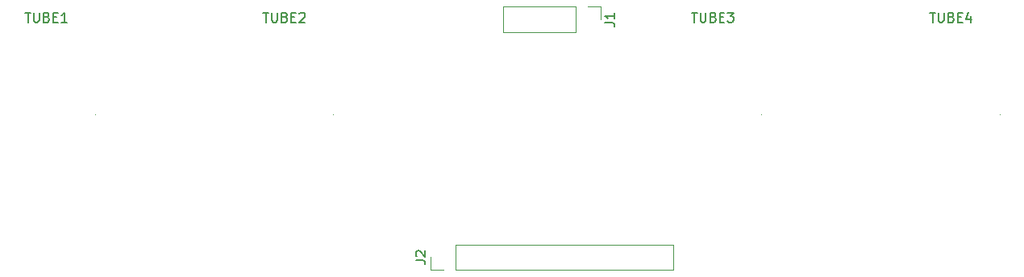
<source format=gto>
G04 #@! TF.GenerationSoftware,KiCad,Pcbnew,(6.0.9)*
G04 #@! TF.CreationDate,2022-12-15T14:30:08+09:00*
G04 #@! TF.ProjectId,nixieupperside,6e697869-6575-4707-9065-72736964652e,rev?*
G04 #@! TF.SameCoordinates,Original*
G04 #@! TF.FileFunction,Legend,Top*
G04 #@! TF.FilePolarity,Positive*
%FSLAX46Y46*%
G04 Gerber Fmt 4.6, Leading zero omitted, Abs format (unit mm)*
G04 Created by KiCad (PCBNEW (6.0.9)) date 2022-12-15 14:30:08*
%MOMM*%
%LPD*%
G01*
G04 APERTURE LIST*
%ADD10C,0.150000*%
%ADD11C,0.100000*%
%ADD12C,0.120000*%
%ADD13R,1.524000X1.524000*%
%ADD14C,1.524000*%
%ADD15R,1.700000X1.700000*%
%ADD16O,1.700000X1.700000*%
G04 APERTURE END LIST*
D10*
X82681904Y-24292380D02*
X83253333Y-24292380D01*
X82967619Y-25292380D02*
X82967619Y-24292380D01*
X83586666Y-24292380D02*
X83586666Y-25101904D01*
X83634285Y-25197142D01*
X83681904Y-25244761D01*
X83777142Y-25292380D01*
X83967619Y-25292380D01*
X84062857Y-25244761D01*
X84110476Y-25197142D01*
X84158095Y-25101904D01*
X84158095Y-24292380D01*
X84967619Y-24768571D02*
X85110476Y-24816190D01*
X85158095Y-24863809D01*
X85205714Y-24959047D01*
X85205714Y-25101904D01*
X85158095Y-25197142D01*
X85110476Y-25244761D01*
X85015238Y-25292380D01*
X84634285Y-25292380D01*
X84634285Y-24292380D01*
X84967619Y-24292380D01*
X85062857Y-24340000D01*
X85110476Y-24387619D01*
X85158095Y-24482857D01*
X85158095Y-24578095D01*
X85110476Y-24673333D01*
X85062857Y-24720952D01*
X84967619Y-24768571D01*
X84634285Y-24768571D01*
X85634285Y-24768571D02*
X85967619Y-24768571D01*
X86110476Y-25292380D02*
X85634285Y-25292380D01*
X85634285Y-24292380D01*
X86110476Y-24292380D01*
X86491428Y-24387619D02*
X86539047Y-24340000D01*
X86634285Y-24292380D01*
X86872380Y-24292380D01*
X86967619Y-24340000D01*
X87015238Y-24387619D01*
X87062857Y-24482857D01*
X87062857Y-24578095D01*
X87015238Y-24720952D01*
X86443809Y-25292380D01*
X87062857Y-25292380D01*
X152681904Y-24292380D02*
X153253333Y-24292380D01*
X152967619Y-25292380D02*
X152967619Y-24292380D01*
X153586666Y-24292380D02*
X153586666Y-25101904D01*
X153634285Y-25197142D01*
X153681904Y-25244761D01*
X153777142Y-25292380D01*
X153967619Y-25292380D01*
X154062857Y-25244761D01*
X154110476Y-25197142D01*
X154158095Y-25101904D01*
X154158095Y-24292380D01*
X154967619Y-24768571D02*
X155110476Y-24816190D01*
X155158095Y-24863809D01*
X155205714Y-24959047D01*
X155205714Y-25101904D01*
X155158095Y-25197142D01*
X155110476Y-25244761D01*
X155015238Y-25292380D01*
X154634285Y-25292380D01*
X154634285Y-24292380D01*
X154967619Y-24292380D01*
X155062857Y-24340000D01*
X155110476Y-24387619D01*
X155158095Y-24482857D01*
X155158095Y-24578095D01*
X155110476Y-24673333D01*
X155062857Y-24720952D01*
X154967619Y-24768571D01*
X154634285Y-24768571D01*
X155634285Y-24768571D02*
X155967619Y-24768571D01*
X156110476Y-25292380D02*
X155634285Y-25292380D01*
X155634285Y-24292380D01*
X156110476Y-24292380D01*
X156967619Y-24625714D02*
X156967619Y-25292380D01*
X156729523Y-24244761D02*
X156491428Y-24959047D01*
X157110476Y-24959047D01*
X57681904Y-24292380D02*
X58253333Y-24292380D01*
X57967619Y-25292380D02*
X57967619Y-24292380D01*
X58586666Y-24292380D02*
X58586666Y-25101904D01*
X58634285Y-25197142D01*
X58681904Y-25244761D01*
X58777142Y-25292380D01*
X58967619Y-25292380D01*
X59062857Y-25244761D01*
X59110476Y-25197142D01*
X59158095Y-25101904D01*
X59158095Y-24292380D01*
X59967619Y-24768571D02*
X60110476Y-24816190D01*
X60158095Y-24863809D01*
X60205714Y-24959047D01*
X60205714Y-25101904D01*
X60158095Y-25197142D01*
X60110476Y-25244761D01*
X60015238Y-25292380D01*
X59634285Y-25292380D01*
X59634285Y-24292380D01*
X59967619Y-24292380D01*
X60062857Y-24340000D01*
X60110476Y-24387619D01*
X60158095Y-24482857D01*
X60158095Y-24578095D01*
X60110476Y-24673333D01*
X60062857Y-24720952D01*
X59967619Y-24768571D01*
X59634285Y-24768571D01*
X60634285Y-24768571D02*
X60967619Y-24768571D01*
X61110476Y-25292380D02*
X60634285Y-25292380D01*
X60634285Y-24292380D01*
X61110476Y-24292380D01*
X62062857Y-25292380D02*
X61491428Y-25292380D01*
X61777142Y-25292380D02*
X61777142Y-24292380D01*
X61681904Y-24435238D01*
X61586666Y-24530476D01*
X61491428Y-24578095D01*
X118582380Y-25333333D02*
X119296666Y-25333333D01*
X119439523Y-25380952D01*
X119534761Y-25476190D01*
X119582380Y-25619047D01*
X119582380Y-25714285D01*
X119582380Y-24333333D02*
X119582380Y-24904761D01*
X119582380Y-24619047D02*
X118582380Y-24619047D01*
X118725238Y-24714285D01*
X118820476Y-24809523D01*
X118868095Y-24904761D01*
X98697380Y-50333333D02*
X99411666Y-50333333D01*
X99554523Y-50380952D01*
X99649761Y-50476190D01*
X99697380Y-50619047D01*
X99697380Y-50714285D01*
X98792619Y-49904761D02*
X98745000Y-49857142D01*
X98697380Y-49761904D01*
X98697380Y-49523809D01*
X98745000Y-49428571D01*
X98792619Y-49380952D01*
X98887857Y-49333333D01*
X98983095Y-49333333D01*
X99125952Y-49380952D01*
X99697380Y-49952380D01*
X99697380Y-49333333D01*
X127681904Y-24292380D02*
X128253333Y-24292380D01*
X127967619Y-25292380D02*
X127967619Y-24292380D01*
X128586666Y-24292380D02*
X128586666Y-25101904D01*
X128634285Y-25197142D01*
X128681904Y-25244761D01*
X128777142Y-25292380D01*
X128967619Y-25292380D01*
X129062857Y-25244761D01*
X129110476Y-25197142D01*
X129158095Y-25101904D01*
X129158095Y-24292380D01*
X129967619Y-24768571D02*
X130110476Y-24816190D01*
X130158095Y-24863809D01*
X130205714Y-24959047D01*
X130205714Y-25101904D01*
X130158095Y-25197142D01*
X130110476Y-25244761D01*
X130015238Y-25292380D01*
X129634285Y-25292380D01*
X129634285Y-24292380D01*
X129967619Y-24292380D01*
X130062857Y-24340000D01*
X130110476Y-24387619D01*
X130158095Y-24482857D01*
X130158095Y-24578095D01*
X130110476Y-24673333D01*
X130062857Y-24720952D01*
X129967619Y-24768571D01*
X129634285Y-24768571D01*
X130634285Y-24768571D02*
X130967619Y-24768571D01*
X131110476Y-25292380D02*
X130634285Y-25292380D01*
X130634285Y-24292380D01*
X131110476Y-24292380D01*
X131443809Y-24292380D02*
X132062857Y-24292380D01*
X131729523Y-24673333D01*
X131872380Y-24673333D01*
X131967619Y-24720952D01*
X132015238Y-24768571D01*
X132062857Y-24863809D01*
X132062857Y-25101904D01*
X132015238Y-25197142D01*
X131967619Y-25244761D01*
X131872380Y-25292380D01*
X131586666Y-25292380D01*
X131491428Y-25244761D01*
X131443809Y-25197142D01*
D11*
X90000000Y-35000000D02*
X90000000Y-35000000D01*
X90000000Y-35000000D02*
X90000000Y-35000000D01*
X90000000Y-35000000D02*
X90000000Y-35000000D01*
X90000000Y-35000000D02*
X90000000Y-35000000D01*
X90000000Y-35000000D02*
G75*
G03*
X90000000Y-35000000I0J0D01*
G01*
X90000000Y-35000000D02*
G75*
G03*
X90000000Y-35000000I0J0D01*
G01*
X90000000Y-35000000D02*
G75*
G03*
X90000000Y-35000000I0J0D01*
G01*
X90000000Y-35000000D02*
G75*
G03*
X90000000Y-35000000I0J0D01*
G01*
X90000000Y-35000000D02*
G75*
G03*
X90000000Y-35000000I0J0D01*
G01*
X90000000Y-35000000D02*
G75*
G03*
X90000000Y-35000000I0J0D01*
G01*
X90000000Y-35000000D02*
G75*
G03*
X90000000Y-35000000I0J0D01*
G01*
X90000000Y-35000000D02*
G75*
G03*
X90000000Y-35000000I0J0D01*
G01*
X160000000Y-35000000D02*
X160000000Y-35000000D01*
X160000000Y-35000000D02*
X160000000Y-35000000D01*
X160000000Y-35000000D02*
X160000000Y-35000000D01*
X160000000Y-35000000D02*
X160000000Y-35000000D01*
X160000000Y-35000000D02*
G75*
G03*
X160000000Y-35000000I0J0D01*
G01*
X160000000Y-35000000D02*
G75*
G03*
X160000000Y-35000000I0J0D01*
G01*
X160000000Y-35000000D02*
G75*
G03*
X160000000Y-35000000I0J0D01*
G01*
X160000000Y-35000000D02*
G75*
G03*
X160000000Y-35000000I0J0D01*
G01*
X160000000Y-35000000D02*
G75*
G03*
X160000000Y-35000000I0J0D01*
G01*
X160000000Y-35000000D02*
G75*
G03*
X160000000Y-35000000I0J0D01*
G01*
X160000000Y-35000000D02*
G75*
G03*
X160000000Y-35000000I0J0D01*
G01*
X160000000Y-35000000D02*
G75*
G03*
X160000000Y-35000000I0J0D01*
G01*
X65000000Y-35000000D02*
X65000000Y-35000000D01*
X65000000Y-35000000D02*
X65000000Y-35000000D01*
X65000000Y-35000000D02*
X65000000Y-35000000D01*
X65000000Y-35000000D02*
X65000000Y-35000000D01*
X65000000Y-35000000D02*
G75*
G03*
X65000000Y-35000000I0J0D01*
G01*
X65000000Y-35000000D02*
G75*
G03*
X65000000Y-35000000I0J0D01*
G01*
X65000000Y-35000000D02*
G75*
G03*
X65000000Y-35000000I0J0D01*
G01*
X65000000Y-35000000D02*
G75*
G03*
X65000000Y-35000000I0J0D01*
G01*
X65000000Y-35000000D02*
G75*
G03*
X65000000Y-35000000I0J0D01*
G01*
X65000000Y-35000000D02*
G75*
G03*
X65000000Y-35000000I0J0D01*
G01*
X65000000Y-35000000D02*
G75*
G03*
X65000000Y-35000000I0J0D01*
G01*
X65000000Y-35000000D02*
G75*
G03*
X65000000Y-35000000I0J0D01*
G01*
D12*
X115530000Y-23670000D02*
X107850000Y-23670000D01*
X116800000Y-23670000D02*
X118130000Y-23670000D01*
X115530000Y-26330000D02*
X107850000Y-26330000D01*
X107850000Y-23670000D02*
X107850000Y-26330000D01*
X115530000Y-23670000D02*
X115530000Y-26330000D01*
X118130000Y-23670000D02*
X118130000Y-25000000D01*
X100245000Y-51330000D02*
X100245000Y-50000000D01*
X101575000Y-51330000D02*
X100245000Y-51330000D01*
X125765000Y-51330000D02*
X125765000Y-48670000D01*
X102845000Y-48670000D02*
X125765000Y-48670000D01*
X102845000Y-51330000D02*
X102845000Y-48670000D01*
X102845000Y-51330000D02*
X125765000Y-51330000D01*
D11*
X135000000Y-35000000D02*
X135000000Y-35000000D01*
X135000000Y-35000000D02*
X135000000Y-35000000D01*
X135000000Y-35000000D02*
X135000000Y-35000000D01*
X135000000Y-35000000D02*
X135000000Y-35000000D01*
X135000000Y-35000000D02*
G75*
G03*
X135000000Y-35000000I0J0D01*
G01*
X135000000Y-35000000D02*
G75*
G03*
X135000000Y-35000000I0J0D01*
G01*
X135000000Y-35000000D02*
G75*
G03*
X135000000Y-35000000I0J0D01*
G01*
X135000000Y-35000000D02*
G75*
G03*
X135000000Y-35000000I0J0D01*
G01*
X135000000Y-35000000D02*
G75*
G03*
X135000000Y-35000000I0J0D01*
G01*
X135000000Y-35000000D02*
G75*
G03*
X135000000Y-35000000I0J0D01*
G01*
X135000000Y-35000000D02*
G75*
G03*
X135000000Y-35000000I0J0D01*
G01*
X135000000Y-35000000D02*
G75*
G03*
X135000000Y-35000000I0J0D01*
G01*
%LPC*%
D13*
X86000000Y-27000000D03*
X86000000Y-27000000D03*
X86000000Y-27000000D03*
X86000000Y-27000000D03*
X86000000Y-27000000D03*
X86000000Y-27000000D03*
X86000000Y-27000000D03*
X86000000Y-27000000D03*
D14*
X84250000Y-30500000D03*
X84250000Y-30500000D03*
X84250000Y-30500000D03*
X84250000Y-30500000D03*
X84250000Y-35000000D03*
X84250000Y-35000000D03*
X84250000Y-35000000D03*
X84250000Y-35000000D03*
X84250000Y-39500000D03*
X84250000Y-39500000D03*
X84250000Y-39500000D03*
X84250000Y-39500000D03*
X86000000Y-43000000D03*
X86000000Y-43000000D03*
X86000000Y-43000000D03*
X86000000Y-43000000D03*
X90000000Y-44000000D03*
X90000000Y-44000000D03*
X90000000Y-44000000D03*
X90000000Y-44000000D03*
X94000000Y-43000000D03*
X94000000Y-43000000D03*
X94000000Y-43000000D03*
X94000000Y-43000000D03*
X95750000Y-39500000D03*
X95750000Y-39500000D03*
X95750000Y-39500000D03*
X95750000Y-39500000D03*
X95750000Y-35000000D03*
X95750000Y-35000000D03*
X95750000Y-35000000D03*
X95750000Y-35000000D03*
X95750000Y-30500000D03*
X95750000Y-30500000D03*
X95750000Y-30500000D03*
X95750000Y-30500000D03*
X94000000Y-27000000D03*
X94000000Y-27000000D03*
X94000000Y-27000000D03*
X94000000Y-27000000D03*
X90000000Y-26000000D03*
X90000000Y-26000000D03*
X90000000Y-26000000D03*
X90000000Y-26000000D03*
D13*
X156000000Y-27000000D03*
X156000000Y-27000000D03*
X156000000Y-27000000D03*
X156000000Y-27000000D03*
X156000000Y-27000000D03*
X156000000Y-27000000D03*
X156000000Y-27000000D03*
X156000000Y-27000000D03*
D14*
X154250000Y-30500000D03*
X154250000Y-30500000D03*
X154250000Y-30500000D03*
X154250000Y-30500000D03*
X154250000Y-35000000D03*
X154250000Y-35000000D03*
X154250000Y-35000000D03*
X154250000Y-35000000D03*
X154250000Y-39500000D03*
X154250000Y-39500000D03*
X154250000Y-39500000D03*
X154250000Y-39500000D03*
X156000000Y-43000000D03*
X156000000Y-43000000D03*
X156000000Y-43000000D03*
X156000000Y-43000000D03*
X160000000Y-44000000D03*
X160000000Y-44000000D03*
X160000000Y-44000000D03*
X160000000Y-44000000D03*
X164000000Y-43000000D03*
X164000000Y-43000000D03*
X164000000Y-43000000D03*
X164000000Y-43000000D03*
X165750000Y-39500000D03*
X165750000Y-39500000D03*
X165750000Y-39500000D03*
X165750000Y-39500000D03*
X165750000Y-35000000D03*
X165750000Y-35000000D03*
X165750000Y-35000000D03*
X165750000Y-35000000D03*
X165750000Y-30500000D03*
X165750000Y-30500000D03*
X165750000Y-30500000D03*
X165750000Y-30500000D03*
X164000000Y-27000000D03*
X164000000Y-27000000D03*
X164000000Y-27000000D03*
X164000000Y-27000000D03*
X160000000Y-26000000D03*
X160000000Y-26000000D03*
X160000000Y-26000000D03*
X160000000Y-26000000D03*
D13*
X61000000Y-27000000D03*
X61000000Y-27000000D03*
X61000000Y-27000000D03*
X61000000Y-27000000D03*
X61000000Y-27000000D03*
X61000000Y-27000000D03*
X61000000Y-27000000D03*
X61000000Y-27000000D03*
D14*
X59250000Y-30500000D03*
X59250000Y-30500000D03*
X59250000Y-30500000D03*
X59250000Y-30500000D03*
X59250000Y-35000000D03*
X59250000Y-35000000D03*
X59250000Y-35000000D03*
X59250000Y-35000000D03*
X59250000Y-39500000D03*
X59250000Y-39500000D03*
X59250000Y-39500000D03*
X59250000Y-39500000D03*
X61000000Y-43000000D03*
X61000000Y-43000000D03*
X61000000Y-43000000D03*
X61000000Y-43000000D03*
X65000000Y-44000000D03*
X65000000Y-44000000D03*
X65000000Y-44000000D03*
X65000000Y-44000000D03*
X69000000Y-43000000D03*
X69000000Y-43000000D03*
X69000000Y-43000000D03*
X69000000Y-43000000D03*
X70750000Y-39500000D03*
X70750000Y-39500000D03*
X70750000Y-39500000D03*
X70750000Y-39500000D03*
X70750000Y-35000000D03*
X70750000Y-35000000D03*
X70750000Y-35000000D03*
X70750000Y-35000000D03*
X70750000Y-30500000D03*
X70750000Y-30500000D03*
X70750000Y-30500000D03*
X70750000Y-30500000D03*
X69000000Y-27000000D03*
X69000000Y-27000000D03*
X69000000Y-27000000D03*
X69000000Y-27000000D03*
X65000000Y-26000000D03*
X65000000Y-26000000D03*
X65000000Y-26000000D03*
X65000000Y-26000000D03*
D15*
X116800000Y-25000000D03*
D16*
X114260000Y-25000000D03*
X111720000Y-25000000D03*
X109180000Y-25000000D03*
D15*
X101575000Y-50000000D03*
D16*
X104115000Y-50000000D03*
X106655000Y-50000000D03*
X109195000Y-50000000D03*
X111735000Y-50000000D03*
X114275000Y-50000000D03*
X116815000Y-50000000D03*
X119355000Y-50000000D03*
X121895000Y-50000000D03*
X124435000Y-50000000D03*
D13*
X131000000Y-27000000D03*
X131000000Y-27000000D03*
X131000000Y-27000000D03*
X131000000Y-27000000D03*
X131000000Y-27000000D03*
X131000000Y-27000000D03*
X131000000Y-27000000D03*
X131000000Y-27000000D03*
D14*
X129250000Y-30500000D03*
X129250000Y-30500000D03*
X129250000Y-30500000D03*
X129250000Y-30500000D03*
X129250000Y-35000000D03*
X129250000Y-35000000D03*
X129250000Y-35000000D03*
X129250000Y-35000000D03*
X129250000Y-39500000D03*
X129250000Y-39500000D03*
X129250000Y-39500000D03*
X129250000Y-39500000D03*
X131000000Y-43000000D03*
X131000000Y-43000000D03*
X131000000Y-43000000D03*
X131000000Y-43000000D03*
X135000000Y-44000000D03*
X135000000Y-44000000D03*
X135000000Y-44000000D03*
X135000000Y-44000000D03*
X139000000Y-43000000D03*
X139000000Y-43000000D03*
X139000000Y-43000000D03*
X139000000Y-43000000D03*
X140750000Y-39500000D03*
X140750000Y-39500000D03*
X140750000Y-39500000D03*
X140750000Y-39500000D03*
X140750000Y-35000000D03*
X140750000Y-35000000D03*
X140750000Y-35000000D03*
X140750000Y-35000000D03*
X140750000Y-30500000D03*
X140750000Y-30500000D03*
X140750000Y-30500000D03*
X140750000Y-30500000D03*
X139000000Y-27000000D03*
X139000000Y-27000000D03*
X139000000Y-27000000D03*
X139000000Y-27000000D03*
X135000000Y-26000000D03*
X135000000Y-26000000D03*
X135000000Y-26000000D03*
X135000000Y-26000000D03*
M02*

</source>
